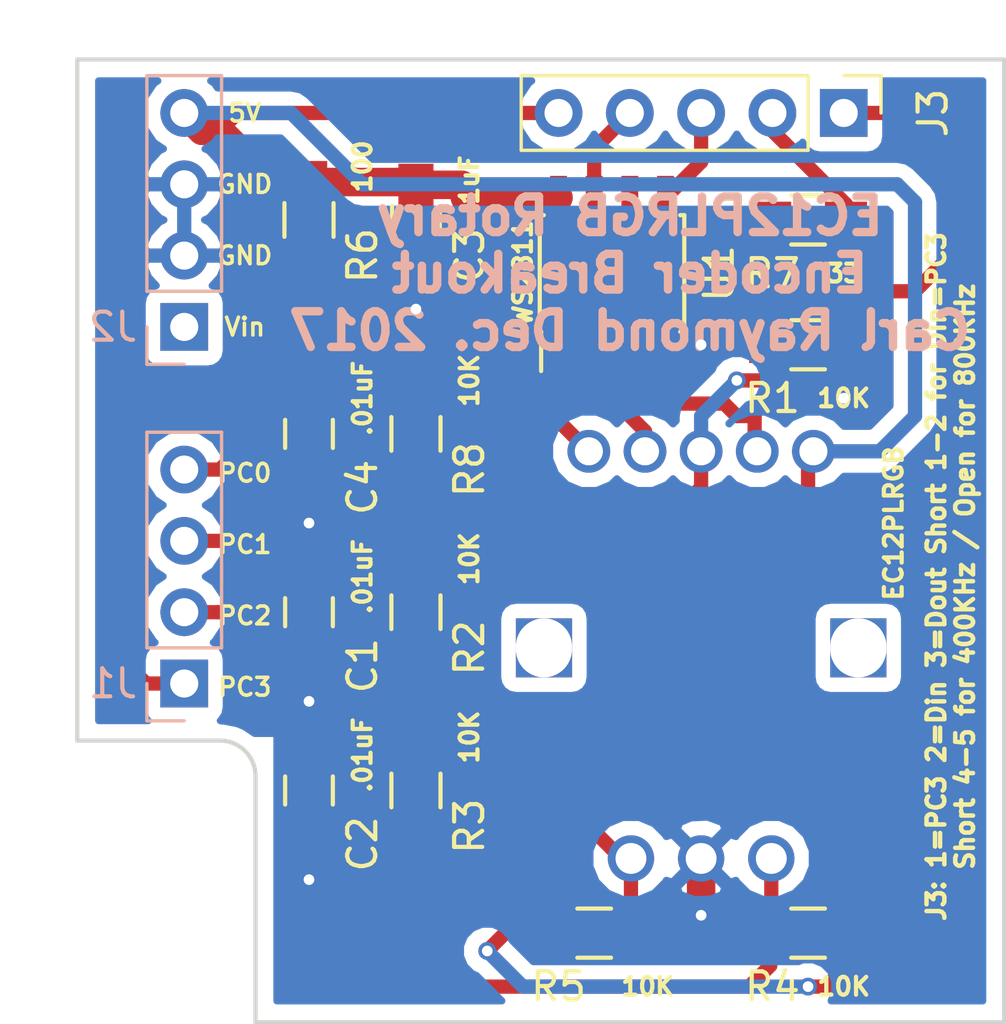
<source format=kicad_pcb>
(kicad_pcb (version 4) (host pcbnew 4.0.7)

  (general
    (links 0)
    (no_connects 0)
    (area 109.779999 53.264999 142.950001 87.705001)
    (thickness 1.6)
    (drawings 17)
    (tracks 134)
    (zones 0)
    (modules 17)
    (nets 19)
  )

  (page A4)
  (layers
    (0 F.Cu signal)
    (31 B.Cu signal)
    (32 B.Adhes user)
    (33 F.Adhes user)
    (34 B.Paste user)
    (35 F.Paste user)
    (36 B.SilkS user)
    (37 F.SilkS user)
    (38 B.Mask user)
    (39 F.Mask user)
    (40 Dwgs.User user)
    (41 Cmts.User user)
    (42 Eco1.User user)
    (43 Eco2.User user)
    (44 Edge.Cuts user)
    (45 Margin user)
    (46 B.CrtYd user)
    (47 F.CrtYd user)
    (48 B.Fab user)
    (49 F.Fab user)
  )

  (setup
    (last_trace_width 0.508)
    (user_trace_width 0.508)
    (user_trace_width 1.016)
    (trace_clearance 0.254)
    (zone_clearance 0.508)
    (zone_45_only yes)
    (trace_min 0.2)
    (segment_width 0.2)
    (edge_width 0.15)
    (via_size 0.635)
    (via_drill 0.381)
    (via_min_size 0.4)
    (via_min_drill 0.3)
    (uvia_size 0.3)
    (uvia_drill 0.1)
    (uvias_allowed no)
    (uvia_min_size 0.2)
    (uvia_min_drill 0.1)
    (pcb_text_width 0.3)
    (pcb_text_size 1.5 1.5)
    (mod_edge_width 0.15)
    (mod_text_size 1 1)
    (mod_text_width 0.15)
    (pad_size 1.7 1.7)
    (pad_drill 1)
    (pad_to_mask_clearance 0.2)
    (aux_axis_origin 103.505 79.375)
    (visible_elements FFFFEF7F)
    (pcbplotparams
      (layerselection 0x010f0_80000001)
      (usegerberextensions false)
      (excludeedgelayer true)
      (linewidth 0.100000)
      (plotframeref false)
      (viasonmask false)
      (mode 1)
      (useauxorigin false)
      (hpglpennumber 1)
      (hpglpenspeed 20)
      (hpglpendiameter 15)
      (hpglpenoverlay 2)
      (psnegative false)
      (psa4output false)
      (plotreference true)
      (plotvalue true)
      (plotinvisibletext false)
      (padsonsilk false)
      (subtractmaskfromsilk false)
      (outputformat 1)
      (mirror false)
      (drillshape 0)
      (scaleselection 1)
      (outputdirectory gerber/))
  )

  (net 0 "")
  (net 1 "Net-(C1-Pad1)")
  (net 2 GND)
  (net 3 "Net-(C2-Pad1)")
  (net 4 +5V)
  (net 5 "Net-(R2-Pad1)")
  (net 6 "Net-(R3-Pad1)")
  (net 7 "Net-(SW1-Pad2)")
  (net 8 "Net-(SW1-Pad1)")
  (net 9 "Net-(SW1-Pad4)")
  (net 10 "Net-(C3-Pad2)")
  (net 11 "Net-(C4-Pad1)")
  (net 12 "Net-(R1-Pad1)")
  (net 13 "Net-(R7-Pad1)")
  (net 14 "Net-(J3-Pad2)")
  (net 15 "Net-(J1-Pad1)")
  (net 16 "Net-(J2-Pad1)")
  (net 17 "Net-(J3-Pad4)")
  (net 18 "Net-(J3-Pad3)")

  (net_class Default "This is the default net class."
    (clearance 0.254)
    (trace_width 0.508)
    (via_dia 0.635)
    (via_drill 0.381)
    (uvia_dia 0.3)
    (uvia_drill 0.1)
    (add_net +5V)
    (add_net GND)
    (add_net "Net-(C1-Pad1)")
    (add_net "Net-(C2-Pad1)")
    (add_net "Net-(C3-Pad2)")
    (add_net "Net-(C4-Pad1)")
    (add_net "Net-(J1-Pad1)")
    (add_net "Net-(J2-Pad1)")
    (add_net "Net-(J3-Pad2)")
    (add_net "Net-(J3-Pad3)")
    (add_net "Net-(J3-Pad4)")
    (add_net "Net-(R1-Pad1)")
    (add_net "Net-(R2-Pad1)")
    (add_net "Net-(R3-Pad1)")
    (add_net "Net-(R7-Pad1)")
    (add_net "Net-(SW1-Pad1)")
    (add_net "Net-(SW1-Pad2)")
    (add_net "Net-(SW1-Pad4)")
  )

  (net_class Power ""
    (clearance 0.254)
    (trace_width 1.016)
    (via_dia 1.27)
    (via_drill 0.381)
    (uvia_dia 0.3)
    (uvia_drill 0.1)
  )

  (module lib_fp:EC12PLRGB_Rotary_Encoder (layer F.Cu) (tedit 5A349F56) (tstamp 5A221B47)
    (at 132.08 74.295)
    (path /5A2214F0)
    (fp_text reference SW1 (at 8.495 0 90) (layer F.SilkS) hide
      (effects (font (size 1 1) (thickness 0.15)))
    )
    (fp_text value EC12PLRGB (at 6.858 -4.445 90) (layer F.SilkS)
      (effects (font (size 0.635 0.635) (thickness 0.15)))
    )
    (fp_line (start -6.223 6.604) (end 6.223 6.604) (layer F.CrtYd) (width 0.15))
    (fp_line (start -6.223 -6.604) (end -6.223 6.604) (layer F.CrtYd) (width 0.15))
    (fp_line (start 6.223 -6.604) (end -6.223 -6.604) (layer F.CrtYd) (width 0.15))
    (fp_line (start 6.223 -6.604) (end 6.223 6.604) (layer F.CrtYd) (width 0.15))
    (fp_line (start 6.223 6.604) (end 6.223 -6.604) (layer F.CrtYd) (width 0.15))
    (pad 3 thru_hole circle (at 0 -7) (size 1.524 1.524) (drill 1) (layers *.Cu *.Mask)
      (net 12 "Net-(R1-Pad1)"))
    (pad 2 thru_hole circle (at -2 -7) (size 1.524 1.524) (drill 1) (layers *.Cu *.Mask)
      (net 7 "Net-(SW1-Pad2)"))
    (pad 1 thru_hole circle (at -4 -7) (size 1.524 1.524) (drill 1) (layers *.Cu *.Mask)
      (net 8 "Net-(SW1-Pad1)"))
    (pad 4 thru_hole circle (at 2 -7) (size 1.524 1.524) (drill 1) (layers *.Cu *.Mask)
      (net 9 "Net-(SW1-Pad4)"))
    (pad 5 thru_hole circle (at 4 -7) (size 1.524 1.524) (drill 1) (layers *.Cu *.Mask)
      (net 4 +5V))
    (pad C thru_hole circle (at 0 7.5) (size 1.65 1.65) (drill 1.1) (layers *.Cu *.Mask)
      (net 2 GND))
    (pad A thru_hole circle (at -2.5 7.5) (size 1.65 1.65) (drill 1.1) (layers *.Cu *.Mask)
      (net 5 "Net-(R2-Pad1)"))
    (pad B thru_hole circle (at 2.5 7.5) (size 1.65 1.65) (drill 1.1) (layers *.Cu *.Mask)
      (net 6 "Net-(R3-Pad1)"))
    (pad "" np_thru_hole rect (at -5.6 0) (size 2 2.1) (drill oval 2 2.1) (layers *.Cu *.Mask))
    (pad "" np_thru_hole rect (at 5.6 0) (size 2 2.1) (drill oval 2 2.1) (layers *.Cu *.Mask))
  )

  (module lib_fp:C_0805_HandSoldering (layer F.Cu) (tedit 5A28DE31) (tstamp 5A2DF03E)
    (at 118.11 73.025 270)
    (descr "Capacitor SMD 0805, hand soldering")
    (tags "capacitor 0805")
    (path /5A221690)
    (attr smd)
    (fp_text reference C1 (at 1.905 -1.905 270) (layer F.SilkS)
      (effects (font (size 1 1) (thickness 0.15)))
    )
    (fp_text value .01uF (at -1.27 -1.905 270) (layer F.SilkS)
      (effects (font (size 0.635 0.635) (thickness 0.15)))
    )
    (fp_line (start -1 0.625) (end -1 -0.625) (layer F.Fab) (width 0.15))
    (fp_line (start 1 0.625) (end -1 0.625) (layer F.Fab) (width 0.15))
    (fp_line (start 1 -0.625) (end 1 0.625) (layer F.Fab) (width 0.15))
    (fp_line (start -1 -0.625) (end 1 -0.625) (layer F.Fab) (width 0.15))
    (fp_line (start -2.3 -1) (end 2.3 -1) (layer F.CrtYd) (width 0.05))
    (fp_line (start -2.3 1) (end 2.3 1) (layer F.CrtYd) (width 0.05))
    (fp_line (start -2.3 -1) (end -2.3 1) (layer F.CrtYd) (width 0.05))
    (fp_line (start 2.3 -1) (end 2.3 1) (layer F.CrtYd) (width 0.05))
    (fp_line (start 0.5 -0.85) (end -0.5 -0.85) (layer F.SilkS) (width 0.15))
    (fp_line (start -0.5 0.85) (end 0.5 0.85) (layer F.SilkS) (width 0.15))
    (pad 1 smd rect (at -1.25 0 270) (size 1.5 1.25) (layers F.Cu F.Paste F.Mask)
      (net 1 "Net-(C1-Pad1)"))
    (pad 2 smd rect (at 1.25 0 270) (size 1.5 1.25) (layers F.Cu F.Paste F.Mask)
      (net 2 GND))
    (model Capacitors_SMD.3dshapes/C_0805.wrl
      (at (xyz 0 0 0))
      (scale (xyz 1 1 1))
      (rotate (xyz 0 0 0))
    )
  )

  (module lib_fp:C_0805_HandSoldering (layer F.Cu) (tedit 5A28DE31) (tstamp 5A2DF04D)
    (at 118.11 79.375 270)
    (descr "Capacitor SMD 0805, hand soldering")
    (tags "capacitor 0805")
    (path /5A2216CB)
    (attr smd)
    (fp_text reference C2 (at 1.905 -1.905 270) (layer F.SilkS)
      (effects (font (size 1 1) (thickness 0.15)))
    )
    (fp_text value .01uF (at -1.27 -1.905 270) (layer F.SilkS)
      (effects (font (size 0.635 0.635) (thickness 0.15)))
    )
    (fp_line (start -1 0.625) (end -1 -0.625) (layer F.Fab) (width 0.15))
    (fp_line (start 1 0.625) (end -1 0.625) (layer F.Fab) (width 0.15))
    (fp_line (start 1 -0.625) (end 1 0.625) (layer F.Fab) (width 0.15))
    (fp_line (start -1 -0.625) (end 1 -0.625) (layer F.Fab) (width 0.15))
    (fp_line (start -2.3 -1) (end 2.3 -1) (layer F.CrtYd) (width 0.05))
    (fp_line (start -2.3 1) (end 2.3 1) (layer F.CrtYd) (width 0.05))
    (fp_line (start -2.3 -1) (end -2.3 1) (layer F.CrtYd) (width 0.05))
    (fp_line (start 2.3 -1) (end 2.3 1) (layer F.CrtYd) (width 0.05))
    (fp_line (start 0.5 -0.85) (end -0.5 -0.85) (layer F.SilkS) (width 0.15))
    (fp_line (start -0.5 0.85) (end 0.5 0.85) (layer F.SilkS) (width 0.15))
    (pad 1 smd rect (at -1.25 0 270) (size 1.5 1.25) (layers F.Cu F.Paste F.Mask)
      (net 3 "Net-(C2-Pad1)"))
    (pad 2 smd rect (at 1.25 0 270) (size 1.5 1.25) (layers F.Cu F.Paste F.Mask)
      (net 2 GND))
    (model Capacitors_SMD.3dshapes/C_0805.wrl
      (at (xyz 0 0 0))
      (scale (xyz 1 1 1))
      (rotate (xyz 0 0 0))
    )
  )

  (module lib_fp:C_0805_HandSoldering (layer F.Cu) (tedit 5A28DE31) (tstamp 5A2DF05C)
    (at 121.92 59.055 90)
    (descr "Capacitor SMD 0805, hand soldering")
    (tags "capacitor 0805")
    (path /5A22280E)
    (attr smd)
    (fp_text reference C3 (at -1.27 1.905 90) (layer F.SilkS)
      (effects (font (size 1 1) (thickness 0.15)))
    )
    (fp_text value .1uF (at 1.27 1.905 90) (layer F.SilkS)
      (effects (font (size 0.635 0.635) (thickness 0.15)))
    )
    (fp_line (start -1 0.625) (end -1 -0.625) (layer F.Fab) (width 0.15))
    (fp_line (start 1 0.625) (end -1 0.625) (layer F.Fab) (width 0.15))
    (fp_line (start 1 -0.625) (end 1 0.625) (layer F.Fab) (width 0.15))
    (fp_line (start -1 -0.625) (end 1 -0.625) (layer F.Fab) (width 0.15))
    (fp_line (start -2.3 -1) (end 2.3 -1) (layer F.CrtYd) (width 0.05))
    (fp_line (start -2.3 1) (end 2.3 1) (layer F.CrtYd) (width 0.05))
    (fp_line (start -2.3 -1) (end -2.3 1) (layer F.CrtYd) (width 0.05))
    (fp_line (start 2.3 -1) (end 2.3 1) (layer F.CrtYd) (width 0.05))
    (fp_line (start 0.5 -0.85) (end -0.5 -0.85) (layer F.SilkS) (width 0.15))
    (fp_line (start -0.5 0.85) (end 0.5 0.85) (layer F.SilkS) (width 0.15))
    (pad 1 smd rect (at -1.25 0 90) (size 1.5 1.25) (layers F.Cu F.Paste F.Mask)
      (net 2 GND))
    (pad 2 smd rect (at 1.25 0 90) (size 1.5 1.25) (layers F.Cu F.Paste F.Mask)
      (net 10 "Net-(C3-Pad2)"))
    (model Capacitors_SMD.3dshapes/C_0805.wrl
      (at (xyz 0 0 0))
      (scale (xyz 1 1 1))
      (rotate (xyz 0 0 0))
    )
  )

  (module lib_fp:C_0805_HandSoldering (layer F.Cu) (tedit 5A28DE31) (tstamp 5A2DF06B)
    (at 118.11 66.675 270)
    (descr "Capacitor SMD 0805, hand soldering")
    (tags "capacitor 0805")
    (path /5A233F5E)
    (attr smd)
    (fp_text reference C4 (at 1.905 -1.905 270) (layer F.SilkS)
      (effects (font (size 1 1) (thickness 0.15)))
    )
    (fp_text value .01uF (at -1.27 -1.905 270) (layer F.SilkS)
      (effects (font (size 0.635 0.635) (thickness 0.15)))
    )
    (fp_line (start -1 0.625) (end -1 -0.625) (layer F.Fab) (width 0.15))
    (fp_line (start 1 0.625) (end -1 0.625) (layer F.Fab) (width 0.15))
    (fp_line (start 1 -0.625) (end 1 0.625) (layer F.Fab) (width 0.15))
    (fp_line (start -1 -0.625) (end 1 -0.625) (layer F.Fab) (width 0.15))
    (fp_line (start -2.3 -1) (end 2.3 -1) (layer F.CrtYd) (width 0.05))
    (fp_line (start -2.3 1) (end 2.3 1) (layer F.CrtYd) (width 0.05))
    (fp_line (start -2.3 -1) (end -2.3 1) (layer F.CrtYd) (width 0.05))
    (fp_line (start 2.3 -1) (end 2.3 1) (layer F.CrtYd) (width 0.05))
    (fp_line (start 0.5 -0.85) (end -0.5 -0.85) (layer F.SilkS) (width 0.15))
    (fp_line (start -0.5 0.85) (end 0.5 0.85) (layer F.SilkS) (width 0.15))
    (pad 1 smd rect (at -1.25 0 270) (size 1.5 1.25) (layers F.Cu F.Paste F.Mask)
      (net 11 "Net-(C4-Pad1)"))
    (pad 2 smd rect (at 1.25 0 270) (size 1.5 1.25) (layers F.Cu F.Paste F.Mask)
      (net 2 GND))
    (model Capacitors_SMD.3dshapes/C_0805.wrl
      (at (xyz 0 0 0))
      (scale (xyz 1 1 1))
      (rotate (xyz 0 0 0))
    )
  )

  (module lib_fp:Pin_Header_Straight_1x04_Pitch2.54mm (layer B.Cu) (tedit 59650532) (tstamp 5A2DF07A)
    (at 113.665 75.565)
    (descr "Through hole straight pin header, 1x04, 2.54mm pitch, single row")
    (tags "Through hole pin header THT 1x04 2.54mm single row")
    (path /5A222349)
    (fp_text reference J1 (at -2.54 0) (layer B.SilkS)
      (effects (font (size 1 1) (thickness 0.15)) (justify mirror))
    )
    (fp_text value Conn_01x04_Male (at -5.715 -2.54 270) (layer B.Fab)
      (effects (font (size 1 1) (thickness 0.15)) (justify mirror))
    )
    (fp_line (start -0.635 1.27) (end 1.27 1.27) (layer B.Fab) (width 0.1))
    (fp_line (start 1.27 1.27) (end 1.27 -8.89) (layer B.Fab) (width 0.1))
    (fp_line (start 1.27 -8.89) (end -1.27 -8.89) (layer B.Fab) (width 0.1))
    (fp_line (start -1.27 -8.89) (end -1.27 0.635) (layer B.Fab) (width 0.1))
    (fp_line (start -1.27 0.635) (end -0.635 1.27) (layer B.Fab) (width 0.1))
    (fp_line (start -1.33 -8.95) (end 1.33 -8.95) (layer B.SilkS) (width 0.12))
    (fp_line (start -1.33 -1.27) (end -1.33 -8.95) (layer B.SilkS) (width 0.12))
    (fp_line (start 1.33 -1.27) (end 1.33 -8.95) (layer B.SilkS) (width 0.12))
    (fp_line (start -1.33 -1.27) (end 1.33 -1.27) (layer B.SilkS) (width 0.12))
    (fp_line (start -1.33 0) (end -1.33 1.33) (layer B.SilkS) (width 0.12))
    (fp_line (start -1.33 1.33) (end 0 1.33) (layer B.SilkS) (width 0.12))
    (fp_line (start -1.8 1.8) (end -1.8 -9.4) (layer B.CrtYd) (width 0.05))
    (fp_line (start -1.8 -9.4) (end 1.8 -9.4) (layer B.CrtYd) (width 0.05))
    (fp_line (start 1.8 -9.4) (end 1.8 1.8) (layer B.CrtYd) (width 0.05))
    (fp_line (start 1.8 1.8) (end -1.8 1.8) (layer B.CrtYd) (width 0.05))
    (fp_text user %R (at -1.905 1.27 90) (layer F.Fab)
      (effects (font (size 1 1) (thickness 0.15)))
    )
    (pad 1 thru_hole rect (at 0 0) (size 1.7 1.7) (drill 1) (layers *.Cu *.Mask)
      (net 15 "Net-(J1-Pad1)"))
    (pad 2 thru_hole oval (at 0 -2.54) (size 1.7 1.7) (drill 1) (layers *.Cu *.Mask)
      (net 3 "Net-(C2-Pad1)"))
    (pad 3 thru_hole oval (at 0 -5.08) (size 1.7 1.7) (drill 1) (layers *.Cu *.Mask)
      (net 1 "Net-(C1-Pad1)"))
    (pad 4 thru_hole oval (at 0 -7.62) (size 1.7 1.7) (drill 1) (layers *.Cu *.Mask)
      (net 11 "Net-(C4-Pad1)"))
    (model ${KISYS3DMOD}/Pin_Headers.3dshapes/Pin_Header_Straight_1x04_Pitch2.54mm.wrl
      (at (xyz 0 0 0))
      (scale (xyz 1 1 1))
      (rotate (xyz 0 0 0))
    )
  )

  (module lib_fp:Pin_Header_Straight_1x04_Pitch2.54mm (layer B.Cu) (tedit 59650532) (tstamp 5A2DF091)
    (at 113.665 62.865)
    (descr "Through hole straight pin header, 1x04, 2.54mm pitch, single row")
    (tags "Through hole pin header THT 1x04 2.54mm single row")
    (path /5A22155E)
    (fp_text reference J2 (at -2.54 0) (layer B.SilkS)
      (effects (font (size 1 1) (thickness 0.15)) (justify mirror))
    )
    (fp_text value Conn_01x04_Male (at -5.715 -2.54 270) (layer B.Fab)
      (effects (font (size 1 1) (thickness 0.15)) (justify mirror))
    )
    (fp_line (start -0.635 1.27) (end 1.27 1.27) (layer B.Fab) (width 0.1))
    (fp_line (start 1.27 1.27) (end 1.27 -8.89) (layer B.Fab) (width 0.1))
    (fp_line (start 1.27 -8.89) (end -1.27 -8.89) (layer B.Fab) (width 0.1))
    (fp_line (start -1.27 -8.89) (end -1.27 0.635) (layer B.Fab) (width 0.1))
    (fp_line (start -1.27 0.635) (end -0.635 1.27) (layer B.Fab) (width 0.1))
    (fp_line (start -1.33 -8.95) (end 1.33 -8.95) (layer B.SilkS) (width 0.12))
    (fp_line (start -1.33 -1.27) (end -1.33 -8.95) (layer B.SilkS) (width 0.12))
    (fp_line (start 1.33 -1.27) (end 1.33 -8.95) (layer B.SilkS) (width 0.12))
    (fp_line (start -1.33 -1.27) (end 1.33 -1.27) (layer B.SilkS) (width 0.12))
    (fp_line (start -1.33 0) (end -1.33 1.33) (layer B.SilkS) (width 0.12))
    (fp_line (start -1.33 1.33) (end 0 1.33) (layer B.SilkS) (width 0.12))
    (fp_line (start -1.8 1.8) (end -1.8 -9.4) (layer B.CrtYd) (width 0.05))
    (fp_line (start -1.8 -9.4) (end 1.8 -9.4) (layer B.CrtYd) (width 0.05))
    (fp_line (start 1.8 -9.4) (end 1.8 1.8) (layer B.CrtYd) (width 0.05))
    (fp_line (start 1.8 1.8) (end -1.8 1.8) (layer B.CrtYd) (width 0.05))
    (fp_text user %R (at -1.905 1.27 90) (layer F.Fab)
      (effects (font (size 1 1) (thickness 0.15)))
    )
    (pad 1 thru_hole rect (at 0 0) (size 1.7 1.7) (drill 1) (layers *.Cu *.Mask)
      (net 16 "Net-(J2-Pad1)"))
    (pad 2 thru_hole oval (at 0 -2.54) (size 1.7 1.7) (drill 1) (layers *.Cu *.Mask)
      (net 2 GND))
    (pad 3 thru_hole oval (at 0 -5.08) (size 1.7 1.7) (drill 1) (layers *.Cu *.Mask)
      (net 2 GND))
    (pad 4 thru_hole oval (at 0 -7.62) (size 1.7 1.7) (drill 1) (layers *.Cu *.Mask)
      (net 4 +5V))
    (model ${KISYS3DMOD}/Pin_Headers.3dshapes/Pin_Header_Straight_1x04_Pitch2.54mm.wrl
      (at (xyz 0 0 0))
      (scale (xyz 1 1 1))
      (rotate (xyz 0 0 0))
    )
  )

  (module lib_fp:Pin_Header_Straight_1x05_Pitch2.54mm (layer F.Cu) (tedit 59650532) (tstamp 5A2DF0A8)
    (at 137.16 55.245 270)
    (descr "Through hole straight pin header, 1x05, 2.54mm pitch, single row")
    (tags "Through hole pin header THT 1x05 2.54mm single row")
    (path /5A28BDF7)
    (fp_text reference J3 (at 0 -3.175 450) (layer F.SilkS)
      (effects (font (size 1 1) (thickness 0.15)))
    )
    (fp_text value Conn_01x05_Male (at -3.175 4.445 360) (layer F.Fab)
      (effects (font (size 1 1) (thickness 0.15)))
    )
    (fp_line (start -0.635 -1.27) (end 1.27 -1.27) (layer F.Fab) (width 0.1))
    (fp_line (start 1.27 -1.27) (end 1.27 11.43) (layer F.Fab) (width 0.1))
    (fp_line (start 1.27 11.43) (end -1.27 11.43) (layer F.Fab) (width 0.1))
    (fp_line (start -1.27 11.43) (end -1.27 -0.635) (layer F.Fab) (width 0.1))
    (fp_line (start -1.27 -0.635) (end -0.635 -1.27) (layer F.Fab) (width 0.1))
    (fp_line (start -1.33 11.49) (end 1.33 11.49) (layer F.SilkS) (width 0.12))
    (fp_line (start -1.33 1.27) (end -1.33 11.49) (layer F.SilkS) (width 0.12))
    (fp_line (start 1.33 1.27) (end 1.33 11.49) (layer F.SilkS) (width 0.12))
    (fp_line (start -1.33 1.27) (end 1.33 1.27) (layer F.SilkS) (width 0.12))
    (fp_line (start -1.33 0) (end -1.33 -1.33) (layer F.SilkS) (width 0.12))
    (fp_line (start -1.33 -1.33) (end 0 -1.33) (layer F.SilkS) (width 0.12))
    (fp_line (start -1.8 -1.8) (end -1.8 11.95) (layer F.CrtYd) (width 0.05))
    (fp_line (start -1.8 11.95) (end 1.8 11.95) (layer F.CrtYd) (width 0.05))
    (fp_line (start 1.8 11.95) (end 1.8 -1.8) (layer F.CrtYd) (width 0.05))
    (fp_line (start 1.8 -1.8) (end -1.8 -1.8) (layer F.CrtYd) (width 0.05))
    (fp_text user %R (at 0 5.08 360) (layer F.Fab)
      (effects (font (size 1 1) (thickness 0.15)))
    )
    (pad 1 thru_hole rect (at 0 0 270) (size 1.7 1.7) (drill 1) (layers *.Cu *.Mask)
      (net 15 "Net-(J1-Pad1)"))
    (pad 2 thru_hole oval (at 0 2.54 270) (size 1.7 1.7) (drill 1) (layers *.Cu *.Mask)
      (net 14 "Net-(J3-Pad2)"))
    (pad 3 thru_hole oval (at 0 5.08 270) (size 1.7 1.7) (drill 1) (layers *.Cu *.Mask)
      (net 18 "Net-(J3-Pad3)"))
    (pad 4 thru_hole oval (at 0 7.62 270) (size 1.7 1.7) (drill 1) (layers *.Cu *.Mask)
      (net 17 "Net-(J3-Pad4)"))
    (pad 5 thru_hole oval (at 0 10.16 270) (size 1.7 1.7) (drill 1) (layers *.Cu *.Mask)
      (net 4 +5V))
    (model ${KISYS3DMOD}/Pin_Headers.3dshapes/Pin_Header_Straight_1x05_Pitch2.54mm.wrl
      (at (xyz 0 0 0))
      (scale (xyz 1 1 1))
      (rotate (xyz 0 0 0))
    )
  )

  (module lib_fp:R_0805_HandSoldering (layer F.Cu) (tedit 5A28DF52) (tstamp 5A2DF0C0)
    (at 135.89 63.5)
    (descr "Resistor SMD 0805, hand soldering")
    (tags "resistor 0805")
    (path /5A22251D)
    (attr smd)
    (fp_text reference R1 (at -1.27 1.905 180) (layer F.SilkS)
      (effects (font (size 1 1) (thickness 0.15)))
    )
    (fp_text value 10K (at 1.27 1.905) (layer F.SilkS)
      (effects (font (size 0.635 0.635) (thickness 0.15)))
    )
    (fp_line (start -1 0.625) (end -1 -0.625) (layer F.Fab) (width 0.1))
    (fp_line (start 1 0.625) (end -1 0.625) (layer F.Fab) (width 0.1))
    (fp_line (start 1 -0.625) (end 1 0.625) (layer F.Fab) (width 0.1))
    (fp_line (start -1 -0.625) (end 1 -0.625) (layer F.Fab) (width 0.1))
    (fp_line (start -2.4 -1) (end 2.4 -1) (layer F.CrtYd) (width 0.05))
    (fp_line (start -2.4 1) (end 2.4 1) (layer F.CrtYd) (width 0.05))
    (fp_line (start -2.4 -1) (end -2.4 1) (layer F.CrtYd) (width 0.05))
    (fp_line (start 2.4 -1) (end 2.4 1) (layer F.CrtYd) (width 0.05))
    (fp_line (start 0.6 0.875) (end -0.6 0.875) (layer F.SilkS) (width 0.15))
    (fp_line (start -0.6 -0.875) (end 0.6 -0.875) (layer F.SilkS) (width 0.15))
    (pad 1 smd rect (at -1.35 0) (size 1.5 1.3) (layers F.Cu F.Paste F.Mask)
      (net 12 "Net-(R1-Pad1)"))
    (pad 2 smd rect (at 1.35 0) (size 1.5 1.3) (layers F.Cu F.Paste F.Mask)
      (net 2 GND))
    (model Resistors_SMD.3dshapes/R_0805.wrl
      (at (xyz 0 0 0))
      (scale (xyz 1 1 1))
      (rotate (xyz 0 0 0))
    )
  )

  (module lib_fp:R_0805_HandSoldering (layer F.Cu) (tedit 5A28DF52) (tstamp 5A2DF0CF)
    (at 121.92 73.025 90)
    (descr "Resistor SMD 0805, hand soldering")
    (tags "resistor 0805")
    (path /5A221649)
    (attr smd)
    (fp_text reference R2 (at -1.27 1.905 270) (layer F.SilkS)
      (effects (font (size 1 1) (thickness 0.15)))
    )
    (fp_text value 10K (at 1.905 1.905 90) (layer F.SilkS)
      (effects (font (size 0.635 0.635) (thickness 0.15)))
    )
    (fp_line (start -1 0.625) (end -1 -0.625) (layer F.Fab) (width 0.1))
    (fp_line (start 1 0.625) (end -1 0.625) (layer F.Fab) (width 0.1))
    (fp_line (start 1 -0.625) (end 1 0.625) (layer F.Fab) (width 0.1))
    (fp_line (start -1 -0.625) (end 1 -0.625) (layer F.Fab) (width 0.1))
    (fp_line (start -2.4 -1) (end 2.4 -1) (layer F.CrtYd) (width 0.05))
    (fp_line (start -2.4 1) (end 2.4 1) (layer F.CrtYd) (width 0.05))
    (fp_line (start -2.4 -1) (end -2.4 1) (layer F.CrtYd) (width 0.05))
    (fp_line (start 2.4 -1) (end 2.4 1) (layer F.CrtYd) (width 0.05))
    (fp_line (start 0.6 0.875) (end -0.6 0.875) (layer F.SilkS) (width 0.15))
    (fp_line (start -0.6 -0.875) (end 0.6 -0.875) (layer F.SilkS) (width 0.15))
    (pad 1 smd rect (at -1.35 0 90) (size 1.5 1.3) (layers F.Cu F.Paste F.Mask)
      (net 5 "Net-(R2-Pad1)"))
    (pad 2 smd rect (at 1.35 0 90) (size 1.5 1.3) (layers F.Cu F.Paste F.Mask)
      (net 1 "Net-(C1-Pad1)"))
    (model Resistors_SMD.3dshapes/R_0805.wrl
      (at (xyz 0 0 0))
      (scale (xyz 1 1 1))
      (rotate (xyz 0 0 0))
    )
  )

  (module lib_fp:R_0805_HandSoldering (layer F.Cu) (tedit 5A28DF52) (tstamp 5A2DF0DE)
    (at 121.92 79.375 90)
    (descr "Resistor SMD 0805, hand soldering")
    (tags "resistor 0805")
    (path /5A22170A)
    (attr smd)
    (fp_text reference R3 (at -1.27 1.905 270) (layer F.SilkS)
      (effects (font (size 1 1) (thickness 0.15)))
    )
    (fp_text value 10K (at 1.905 1.905 90) (layer F.SilkS)
      (effects (font (size 0.635 0.635) (thickness 0.15)))
    )
    (fp_line (start -1 0.625) (end -1 -0.625) (layer F.Fab) (width 0.1))
    (fp_line (start 1 0.625) (end -1 0.625) (layer F.Fab) (width 0.1))
    (fp_line (start 1 -0.625) (end 1 0.625) (layer F.Fab) (width 0.1))
    (fp_line (start -1 -0.625) (end 1 -0.625) (layer F.Fab) (width 0.1))
    (fp_line (start -2.4 -1) (end 2.4 -1) (layer F.CrtYd) (width 0.05))
    (fp_line (start -2.4 1) (end 2.4 1) (layer F.CrtYd) (width 0.05))
    (fp_line (start -2.4 -1) (end -2.4 1) (layer F.CrtYd) (width 0.05))
    (fp_line (start 2.4 -1) (end 2.4 1) (layer F.CrtYd) (width 0.05))
    (fp_line (start 0.6 0.875) (end -0.6 0.875) (layer F.SilkS) (width 0.15))
    (fp_line (start -0.6 -0.875) (end 0.6 -0.875) (layer F.SilkS) (width 0.15))
    (pad 1 smd rect (at -1.35 0 90) (size 1.5 1.3) (layers F.Cu F.Paste F.Mask)
      (net 6 "Net-(R3-Pad1)"))
    (pad 2 smd rect (at 1.35 0 90) (size 1.5 1.3) (layers F.Cu F.Paste F.Mask)
      (net 3 "Net-(C2-Pad1)"))
    (model Resistors_SMD.3dshapes/R_0805.wrl
      (at (xyz 0 0 0))
      (scale (xyz 1 1 1))
      (rotate (xyz 0 0 0))
    )
  )

  (module lib_fp:R_0805_HandSoldering (layer F.Cu) (tedit 5A28DF52) (tstamp 5A2DF0ED)
    (at 135.89 84.455 180)
    (descr "Resistor SMD 0805, hand soldering")
    (tags "resistor 0805")
    (path /5A221747)
    (attr smd)
    (fp_text reference R4 (at 1.27 -1.905 360) (layer F.SilkS)
      (effects (font (size 1 1) (thickness 0.15)))
    )
    (fp_text value 10K (at -1.27 -1.905 180) (layer F.SilkS)
      (effects (font (size 0.635 0.635) (thickness 0.15)))
    )
    (fp_line (start -1 0.625) (end -1 -0.625) (layer F.Fab) (width 0.1))
    (fp_line (start 1 0.625) (end -1 0.625) (layer F.Fab) (width 0.1))
    (fp_line (start 1 -0.625) (end 1 0.625) (layer F.Fab) (width 0.1))
    (fp_line (start -1 -0.625) (end 1 -0.625) (layer F.Fab) (width 0.1))
    (fp_line (start -2.4 -1) (end 2.4 -1) (layer F.CrtYd) (width 0.05))
    (fp_line (start -2.4 1) (end 2.4 1) (layer F.CrtYd) (width 0.05))
    (fp_line (start -2.4 -1) (end -2.4 1) (layer F.CrtYd) (width 0.05))
    (fp_line (start 2.4 -1) (end 2.4 1) (layer F.CrtYd) (width 0.05))
    (fp_line (start 0.6 0.875) (end -0.6 0.875) (layer F.SilkS) (width 0.15))
    (fp_line (start -0.6 -0.875) (end 0.6 -0.875) (layer F.SilkS) (width 0.15))
    (pad 1 smd rect (at -1.35 0 180) (size 1.5 1.3) (layers F.Cu F.Paste F.Mask)
      (net 4 +5V))
    (pad 2 smd rect (at 1.35 0 180) (size 1.5 1.3) (layers F.Cu F.Paste F.Mask)
      (net 6 "Net-(R3-Pad1)"))
    (model Resistors_SMD.3dshapes/R_0805.wrl
      (at (xyz 0 0 0))
      (scale (xyz 1 1 1))
      (rotate (xyz 0 0 0))
    )
  )

  (module lib_fp:R_0805_HandSoldering (layer F.Cu) (tedit 5A28DF52) (tstamp 5A2DF0FC)
    (at 128.27 84.455)
    (descr "Resistor SMD 0805, hand soldering")
    (tags "resistor 0805")
    (path /5A22160F)
    (attr smd)
    (fp_text reference R5 (at -1.27 1.905 180) (layer F.SilkS)
      (effects (font (size 1 1) (thickness 0.15)))
    )
    (fp_text value 10K (at 1.905 1.905) (layer F.SilkS)
      (effects (font (size 0.635 0.635) (thickness 0.15)))
    )
    (fp_line (start -1 0.625) (end -1 -0.625) (layer F.Fab) (width 0.1))
    (fp_line (start 1 0.625) (end -1 0.625) (layer F.Fab) (width 0.1))
    (fp_line (start 1 -0.625) (end 1 0.625) (layer F.Fab) (width 0.1))
    (fp_line (start -1 -0.625) (end 1 -0.625) (layer F.Fab) (width 0.1))
    (fp_line (start -2.4 -1) (end 2.4 -1) (layer F.CrtYd) (width 0.05))
    (fp_line (start -2.4 1) (end 2.4 1) (layer F.CrtYd) (width 0.05))
    (fp_line (start -2.4 -1) (end -2.4 1) (layer F.CrtYd) (width 0.05))
    (fp_line (start 2.4 -1) (end 2.4 1) (layer F.CrtYd) (width 0.05))
    (fp_line (start 0.6 0.875) (end -0.6 0.875) (layer F.SilkS) (width 0.15))
    (fp_line (start -0.6 -0.875) (end 0.6 -0.875) (layer F.SilkS) (width 0.15))
    (pad 1 smd rect (at -1.35 0) (size 1.5 1.3) (layers F.Cu F.Paste F.Mask)
      (net 4 +5V))
    (pad 2 smd rect (at 1.35 0) (size 1.5 1.3) (layers F.Cu F.Paste F.Mask)
      (net 5 "Net-(R2-Pad1)"))
    (model Resistors_SMD.3dshapes/R_0805.wrl
      (at (xyz 0 0 0))
      (scale (xyz 1 1 1))
      (rotate (xyz 0 0 0))
    )
  )

  (module lib_fp:R_0805_HandSoldering (layer F.Cu) (tedit 5A28DF52) (tstamp 5A2DF10B)
    (at 118.11 59.055 90)
    (descr "Resistor SMD 0805, hand soldering")
    (tags "resistor 0805")
    (path /5A22270B)
    (attr smd)
    (fp_text reference R6 (at -1.27 1.905 270) (layer F.SilkS)
      (effects (font (size 1 1) (thickness 0.15)))
    )
    (fp_text value 100 (at 1.905 1.905 90) (layer F.SilkS)
      (effects (font (size 0.635 0.635) (thickness 0.15)))
    )
    (fp_line (start -1 0.625) (end -1 -0.625) (layer F.Fab) (width 0.1))
    (fp_line (start 1 0.625) (end -1 0.625) (layer F.Fab) (width 0.1))
    (fp_line (start 1 -0.625) (end 1 0.625) (layer F.Fab) (width 0.1))
    (fp_line (start -1 -0.625) (end 1 -0.625) (layer F.Fab) (width 0.1))
    (fp_line (start -2.4 -1) (end 2.4 -1) (layer F.CrtYd) (width 0.05))
    (fp_line (start -2.4 1) (end 2.4 1) (layer F.CrtYd) (width 0.05))
    (fp_line (start -2.4 -1) (end -2.4 1) (layer F.CrtYd) (width 0.05))
    (fp_line (start 2.4 -1) (end 2.4 1) (layer F.CrtYd) (width 0.05))
    (fp_line (start 0.6 0.875) (end -0.6 0.875) (layer F.SilkS) (width 0.15))
    (fp_line (start -0.6 -0.875) (end 0.6 -0.875) (layer F.SilkS) (width 0.15))
    (pad 1 smd rect (at -1.35 0 90) (size 1.5 1.3) (layers F.Cu F.Paste F.Mask)
      (net 4 +5V))
    (pad 2 smd rect (at 1.35 0 90) (size 1.5 1.3) (layers F.Cu F.Paste F.Mask)
      (net 10 "Net-(C3-Pad2)"))
    (model Resistors_SMD.3dshapes/R_0805.wrl
      (at (xyz 0 0 0))
      (scale (xyz 1 1 1))
      (rotate (xyz 0 0 0))
    )
  )

  (module lib_fp:R_0805_HandSoldering (layer F.Cu) (tedit 5A28DF52) (tstamp 5A2DF11A)
    (at 135.89 59.055)
    (descr "Resistor SMD 0805, hand soldering")
    (tags "resistor 0805")
    (path /5A222BBB)
    (attr smd)
    (fp_text reference R7 (at -1.27 1.905 180) (layer F.SilkS)
      (effects (font (size 1 1) (thickness 0.15)))
    )
    (fp_text value 33 (at 1.27 1.905) (layer F.SilkS)
      (effects (font (size 0.635 0.635) (thickness 0.15)))
    )
    (fp_line (start -1 0.625) (end -1 -0.625) (layer F.Fab) (width 0.1))
    (fp_line (start 1 0.625) (end -1 0.625) (layer F.Fab) (width 0.1))
    (fp_line (start 1 -0.625) (end 1 0.625) (layer F.Fab) (width 0.1))
    (fp_line (start -1 -0.625) (end 1 -0.625) (layer F.Fab) (width 0.1))
    (fp_line (start -2.4 -1) (end 2.4 -1) (layer F.CrtYd) (width 0.05))
    (fp_line (start -2.4 1) (end 2.4 1) (layer F.CrtYd) (width 0.05))
    (fp_line (start -2.4 -1) (end -2.4 1) (layer F.CrtYd) (width 0.05))
    (fp_line (start 2.4 -1) (end 2.4 1) (layer F.CrtYd) (width 0.05))
    (fp_line (start 0.6 0.875) (end -0.6 0.875) (layer F.SilkS) (width 0.15))
    (fp_line (start -0.6 -0.875) (end 0.6 -0.875) (layer F.SilkS) (width 0.15))
    (pad 1 smd rect (at -1.35 0) (size 1.5 1.3) (layers F.Cu F.Paste F.Mask)
      (net 13 "Net-(R7-Pad1)"))
    (pad 2 smd rect (at 1.35 0) (size 1.5 1.3) (layers F.Cu F.Paste F.Mask)
      (net 14 "Net-(J3-Pad2)"))
    (model Resistors_SMD.3dshapes/R_0805.wrl
      (at (xyz 0 0 0))
      (scale (xyz 1 1 1))
      (rotate (xyz 0 0 0))
    )
  )

  (module lib_fp:R_0805_HandSoldering (layer F.Cu) (tedit 5A28DF52) (tstamp 5A2DF129)
    (at 121.92 66.675 90)
    (descr "Resistor SMD 0805, hand soldering")
    (tags "resistor 0805")
    (path /5A233FB6)
    (attr smd)
    (fp_text reference R8 (at -1.27 1.905 270) (layer F.SilkS)
      (effects (font (size 1 1) (thickness 0.15)))
    )
    (fp_text value 10K (at 1.905 1.905 90) (layer F.SilkS)
      (effects (font (size 0.635 0.635) (thickness 0.15)))
    )
    (fp_line (start -1 0.625) (end -1 -0.625) (layer F.Fab) (width 0.1))
    (fp_line (start 1 0.625) (end -1 0.625) (layer F.Fab) (width 0.1))
    (fp_line (start 1 -0.625) (end 1 0.625) (layer F.Fab) (width 0.1))
    (fp_line (start -1 -0.625) (end 1 -0.625) (layer F.Fab) (width 0.1))
    (fp_line (start -2.4 -1) (end 2.4 -1) (layer F.CrtYd) (width 0.05))
    (fp_line (start -2.4 1) (end 2.4 1) (layer F.CrtYd) (width 0.05))
    (fp_line (start -2.4 -1) (end -2.4 1) (layer F.CrtYd) (width 0.05))
    (fp_line (start 2.4 -1) (end 2.4 1) (layer F.CrtYd) (width 0.05))
    (fp_line (start 0.6 0.875) (end -0.6 0.875) (layer F.SilkS) (width 0.15))
    (fp_line (start -0.6 -0.875) (end 0.6 -0.875) (layer F.SilkS) (width 0.15))
    (pad 1 smd rect (at -1.35 0 90) (size 1.5 1.3) (layers F.Cu F.Paste F.Mask)
      (net 12 "Net-(R1-Pad1)"))
    (pad 2 smd rect (at 1.35 0 90) (size 1.5 1.3) (layers F.Cu F.Paste F.Mask)
      (net 11 "Net-(C4-Pad1)"))
    (model Resistors_SMD.3dshapes/R_0805.wrl
      (at (xyz 0 0 0))
      (scale (xyz 1 1 1))
      (rotate (xyz 0 0 0))
    )
  )

  (module lib_fp:SOIC-8_3.9x4.9mm_Pitch1.27mm (layer F.Cu) (tedit 5A349C68) (tstamp 5A2DF138)
    (at 128.905 60.96 90)
    (descr "8-Lead Plastic Small Outline (SN) - Narrow, 3.90 mm Body [SOIC] (see Microchip Packaging Specification 00000049BS.pdf)")
    (tags "SOIC 1.27")
    (path /5A221510)
    (attr smd)
    (fp_text reference U1 (at 0 3.81 90) (layer F.SilkS)
      (effects (font (size 1 1) (thickness 0.15)))
    )
    (fp_text value WS2811 (at 0 -3.175 90) (layer F.SilkS)
      (effects (font (size 0.635 0.635) (thickness 0.15)))
    )
    (fp_line (start -0.95 -2.45) (end 1.95 -2.45) (layer F.Fab) (width 0.15))
    (fp_line (start 1.95 -2.45) (end 1.95 2.45) (layer F.Fab) (width 0.15))
    (fp_line (start 1.95 2.45) (end -1.95 2.45) (layer F.Fab) (width 0.15))
    (fp_line (start -1.95 2.45) (end -1.95 -1.45) (layer F.Fab) (width 0.15))
    (fp_line (start -1.95 -1.45) (end -0.95 -2.45) (layer F.Fab) (width 0.15))
    (fp_line (start -3.75 -2.75) (end -3.75 2.75) (layer F.CrtYd) (width 0.05))
    (fp_line (start 3.75 -2.75) (end 3.75 2.75) (layer F.CrtYd) (width 0.05))
    (fp_line (start -3.75 -2.75) (end 3.75 -2.75) (layer F.CrtYd) (width 0.05))
    (fp_line (start -3.75 2.75) (end 3.75 2.75) (layer F.CrtYd) (width 0.05))
    (fp_line (start -2.075 -2.575) (end -2.075 -2.525) (layer F.SilkS) (width 0.15))
    (fp_line (start 2.075 -2.575) (end 2.075 -2.43) (layer F.SilkS) (width 0.15))
    (fp_line (start 2.075 2.575) (end 2.075 2.43) (layer F.SilkS) (width 0.15))
    (fp_line (start -2.075 2.575) (end -2.075 2.43) (layer F.SilkS) (width 0.15))
    (fp_line (start -2.075 -2.575) (end 2.075 -2.575) (layer F.SilkS) (width 0.15))
    (fp_line (start -2.075 2.575) (end 2.075 2.575) (layer F.SilkS) (width 0.15))
    (fp_line (start -2.075 -2.525) (end -3.475 -2.525) (layer F.SilkS) (width 0.15))
    (pad 1 smd rect (at -2.7 -1.905 90) (size 1.55 0.6) (layers F.Cu F.Paste F.Mask)
      (net 8 "Net-(SW1-Pad1)"))
    (pad 2 smd rect (at -2.7 -0.635 90) (size 1.55 0.6) (layers F.Cu F.Paste F.Mask)
      (net 7 "Net-(SW1-Pad2)"))
    (pad 3 smd rect (at -2.7 0.635 90) (size 1.55 0.6) (layers F.Cu F.Paste F.Mask)
      (net 9 "Net-(SW1-Pad4)"))
    (pad 4 smd rect (at -2.7 1.905 90) (size 1.55 0.6) (layers F.Cu F.Paste F.Mask)
      (net 2 GND))
    (pad 5 smd rect (at 2.7 1.905 90) (size 1.55 0.6) (layers F.Cu F.Paste F.Mask)
      (net 18 "Net-(J3-Pad3)"))
    (pad 6 smd rect (at 2.7 0.635 90) (size 1.55 0.6) (layers F.Cu F.Paste F.Mask)
      (net 13 "Net-(R7-Pad1)"))
    (pad 7 smd rect (at 2.7 -0.635 90) (size 1.55 0.6) (layers F.Cu F.Paste F.Mask)
      (net 17 "Net-(J3-Pad4)"))
    (pad 8 smd rect (at 2.7 -1.905 90) (size 1.55 0.6) (layers F.Cu F.Paste F.Mask)
      (net 10 "Net-(C3-Pad2)"))
    (model Housings_SOIC.3dshapes/SOIC-8_3.9x4.9mm_Pitch1.27mm.wrl
      (at (xyz 0 0 0))
      (scale (xyz 1 1 1))
      (rotate (xyz 0 0 0))
    )
  )

  (gr_text "EC12PLRGB Rotary\nEncoder Breakout\nCarl Raymond Dec. 2017" (at 129.54 60.96) (layer B.SilkS)
    (effects (font (size 1.27 1.27) (thickness 0.3)) (justify mirror))
  )
  (gr_text "J3: 1=PC3 2=Din 3=Dout Short 1-2 for Din=PC3\nShort 4-5 for 400KHz / Open for 800KHz" (at 140.97 71.755 90) (layer F.SilkS)
    (effects (font (size 0.635 0.635) (thickness 0.15875)))
  )
  (gr_arc (start 114.935 78.867) (end 114.935 77.597) (angle 90) (layer Edge.Cuts) (width 0.15))
  (gr_line (start 116.205 78.867) (end 116.205 87.63) (layer Edge.Cuts) (width 0.15))
  (gr_line (start 109.855 77.597) (end 114.935 77.597) (layer Edge.Cuts) (width 0.15))
  (gr_text PC0 (at 115.824 68.072) (layer F.SilkS) (tstamp 5A28C7E0)
    (effects (font (size 0.635 0.635) (thickness 0.127)))
  )
  (gr_text PC1 (at 115.824 70.612) (layer F.SilkS) (tstamp 5A28C7DD)
    (effects (font (size 0.635 0.635) (thickness 0.127)))
  )
  (gr_text PC2 (at 115.824 73.152) (layer F.SilkS) (tstamp 5A28C7DA)
    (effects (font (size 0.635 0.635) (thickness 0.127)))
  )
  (gr_text 5V (at 115.824 55.245) (layer F.SilkS)
    (effects (font (size 0.635 0.635) (thickness 0.127)))
  )
  (gr_text GND (at 115.824 57.785) (layer F.SilkS) (tstamp 5A28C7C5)
    (effects (font (size 0.635 0.635) (thickness 0.127)))
  )
  (gr_text GND (at 115.824 60.325) (layer F.SilkS)
    (effects (font (size 0.635 0.635) (thickness 0.127)))
  )
  (gr_text PC3 (at 115.824 75.692) (layer F.SilkS)
    (effects (font (size 0.635 0.635) (thickness 0.127)))
  )
  (gr_text Vin (at 115.824 62.865) (layer F.SilkS)
    (effects (font (size 0.635 0.635) (thickness 0.127)))
  )
  (gr_line (start 109.855 77.597) (end 109.855 53.34) (layer Edge.Cuts) (width 0.15))
  (gr_line (start 142.875 87.63) (end 116.205 87.63) (layer Edge.Cuts) (width 0.15))
  (gr_line (start 142.875 53.34) (end 142.875 87.63) (layer Edge.Cuts) (width 0.15))
  (gr_line (start 109.855 53.34) (end 142.875 53.34) (layer Edge.Cuts) (width 0.15))

  (segment (start 118.11 71.775) (end 116.86 71.775) (width 0.508) (layer F.Cu) (net 1))
  (segment (start 116.86 71.775) (end 115.57 70.485) (width 0.508) (layer F.Cu) (net 1))
  (segment (start 115.57 70.485) (end 113.665 70.485) (width 0.508) (layer F.Cu) (net 1))
  (segment (start 118.11 71.775) (end 121.82 71.775) (width 0.508) (layer F.Cu) (net 1))
  (segment (start 121.82 71.775) (end 121.92 71.675) (width 0.508) (layer F.Cu) (net 1))
  (segment (start 121.92 60.305) (end 121.92 62.23) (width 1.016) (layer F.Cu) (net 2))
  (via (at 121.92 62.23) (size 0.635) (drill 0.381) (layers F.Cu B.Cu) (net 2))
  (segment (start 132.08 81.795) (end 132.08 83.82) (width 1.016) (layer F.Cu) (net 2))
  (via (at 132.08 83.82) (size 0.635) (drill 0.381) (layers F.Cu B.Cu) (net 2))
  (segment (start 137.24 63.5) (end 137.24 65.325) (width 1.016) (layer F.Cu) (net 2))
  (segment (start 137.24 65.325) (end 137.16 65.405) (width 1.016) (layer F.Cu) (net 2))
  (via (at 137.16 65.405) (size 0.635) (drill 0.381) (layers F.Cu B.Cu) (net 2))
  (segment (start 130.81 63.66) (end 131.92 63.66) (width 1.016) (layer F.Cu) (net 2))
  (segment (start 131.92 63.66) (end 132.08 63.5) (width 1.016) (layer F.Cu) (net 2))
  (via (at 132.08 63.5) (size 0.635) (drill 0.381) (layers F.Cu B.Cu) (net 2))
  (segment (start 118.11 80.625) (end 118.11 82.55) (width 1.016) (layer F.Cu) (net 2))
  (via (at 118.11 82.55) (size 0.635) (drill 0.381) (layers F.Cu B.Cu) (net 2))
  (segment (start 118.11 74.275) (end 118.11 76.2) (width 1.016) (layer F.Cu) (net 2))
  (via (at 118.11 76.2) (size 0.635) (drill 0.381) (layers F.Cu B.Cu) (net 2))
  (via (at 118.11 69.85) (size 0.635) (drill 0.381) (layers F.Cu B.Cu) (net 2))
  (segment (start 118.11 67.925) (end 118.11 69.85) (width 1.016) (layer F.Cu) (net 2))
  (segment (start 116.205 73.66) (end 115.57 73.025) (width 0.508) (layer F.Cu) (net 3))
  (segment (start 115.57 73.025) (end 114.867081 73.025) (width 0.508) (layer F.Cu) (net 3))
  (segment (start 114.867081 73.025) (end 113.665 73.025) (width 0.508) (layer F.Cu) (net 3))
  (segment (start 116.205 73.66) (end 116.205 76.095) (width 0.508) (layer F.Cu) (net 3))
  (segment (start 116.205 76.095) (end 118.11 78) (width 0.508) (layer F.Cu) (net 3))
  (segment (start 118.11 78) (end 118.11 78.125) (width 0.508) (layer F.Cu) (net 3))
  (segment (start 118.11 78.125) (end 121.82 78.125) (width 0.508) (layer F.Cu) (net 3))
  (segment (start 121.82 78.125) (end 121.92 78.025) (width 0.508) (layer F.Cu) (net 3))
  (segment (start 137.24 84.455) (end 137.24 80.09) (width 0.508) (layer F.Cu) (net 4))
  (segment (start 137.24 80.09) (end 134.62 77.47) (width 0.508) (layer F.Cu) (net 4))
  (segment (start 134.62 77.47) (end 134.62 70.485) (width 0.508) (layer F.Cu) (net 4))
  (segment (start 134.62 70.485) (end 135.89 69.215) (width 0.508) (layer F.Cu) (net 4))
  (segment (start 135.89 69.215) (end 135.89 67.485) (width 0.508) (layer F.Cu) (net 4))
  (segment (start 135.89 67.485) (end 136.08 67.295) (width 0.508) (layer F.Cu) (net 4))
  (segment (start 113.665 55.245) (end 117.475 55.245) (width 0.508) (layer B.Cu) (net 4))
  (segment (start 117.475 55.245) (end 120.015 57.785) (width 0.508) (layer B.Cu) (net 4))
  (segment (start 120.015 57.785) (end 139.065 57.785) (width 0.508) (layer B.Cu) (net 4))
  (segment (start 139.065 57.785) (end 139.7 58.42) (width 0.508) (layer B.Cu) (net 4))
  (segment (start 139.7 58.42) (end 139.7 66.04) (width 0.508) (layer B.Cu) (net 4))
  (segment (start 139.7 66.04) (end 138.445 67.295) (width 0.508) (layer B.Cu) (net 4))
  (segment (start 138.445 67.295) (end 136.08 67.295) (width 0.508) (layer B.Cu) (net 4))
  (segment (start 136.525 86.36) (end 137.24 85.645) (width 0.508) (layer F.Cu) (net 4))
  (segment (start 137.24 85.645) (end 137.24 85.613) (width 0.508) (layer F.Cu) (net 4))
  (segment (start 137.24 85.613) (end 137.24 84.455) (width 0.508) (layer F.Cu) (net 4))
  (segment (start 135.89 86.36) (end 136.525 86.36) (width 0.508) (layer F.Cu) (net 4))
  (segment (start 124.46 85.09) (end 125.73 86.36) (width 0.508) (layer B.Cu) (net 4))
  (segment (start 125.73 86.36) (end 135.89 86.36) (width 0.508) (layer B.Cu) (net 4))
  (via (at 135.89 86.36) (size 0.635) (drill 0.381) (layers F.Cu B.Cu) (net 4))
  (segment (start 126.92 84.455) (end 125.095 84.455) (width 0.508) (layer F.Cu) (net 4))
  (segment (start 125.095 84.455) (end 124.46 85.09) (width 0.508) (layer F.Cu) (net 4))
  (via (at 124.46 85.09) (size 0.635) (drill 0.381) (layers F.Cu B.Cu) (net 4))
  (segment (start 127 55.245) (end 115.57 55.245) (width 0.508) (layer F.Cu) (net 4))
  (segment (start 115.57 55.245) (end 114.935 55.88) (width 0.508) (layer F.Cu) (net 4))
  (segment (start 113.665 55.245) (end 114.3 55.88) (width 1.016) (layer F.Cu) (net 4))
  (segment (start 114.3 55.88) (end 114.935 55.88) (width 1.016) (layer F.Cu) (net 4))
  (segment (start 114.935 55.88) (end 115.57 56.515) (width 1.016) (layer F.Cu) (net 4))
  (segment (start 115.57 56.515) (end 115.57 59.531) (width 1.016) (layer F.Cu) (net 4))
  (segment (start 115.57 59.531) (end 116.444 60.405) (width 1.016) (layer F.Cu) (net 4))
  (segment (start 116.444 60.405) (end 118.11 60.405) (width 1.016) (layer F.Cu) (net 4))
  (segment (start 129.58 81.795) (end 129.58 84.415) (width 0.508) (layer F.Cu) (net 5))
  (segment (start 129.58 84.415) (end 129.62 84.455) (width 0.508) (layer F.Cu) (net 5))
  (segment (start 121.92 74.375) (end 121.92 74.475) (width 0.508) (layer F.Cu) (net 5))
  (segment (start 129.24 81.795) (end 129.58 81.795) (width 0.508) (layer F.Cu) (net 5))
  (segment (start 121.92 74.475) (end 129.24 81.795) (width 0.508) (layer F.Cu) (net 5))
  (segment (start 123.19 86.36) (end 121.92 85.09) (width 0.508) (layer F.Cu) (net 6))
  (segment (start 121.92 85.09) (end 121.92 81.983) (width 0.508) (layer F.Cu) (net 6))
  (segment (start 121.92 81.983) (end 121.92 80.725) (width 0.508) (layer F.Cu) (net 6))
  (segment (start 133.793 86.36) (end 123.19 86.36) (width 0.508) (layer F.Cu) (net 6))
  (segment (start 134.54 84.455) (end 134.54 85.613) (width 0.508) (layer F.Cu) (net 6))
  (segment (start 134.54 85.613) (end 133.793 86.36) (width 0.508) (layer F.Cu) (net 6))
  (segment (start 134.58 81.795) (end 134.58 84.415) (width 0.508) (layer F.Cu) (net 6))
  (segment (start 134.58 84.415) (end 134.54 84.455) (width 0.508) (layer F.Cu) (net 6))
  (segment (start 128.27 63.66) (end 128.27 64.77) (width 0.508) (layer F.Cu) (net 7))
  (segment (start 128.27 64.77) (end 130.08 66.58) (width 0.508) (layer F.Cu) (net 7))
  (segment (start 130.08 66.58) (end 130.08 67.295) (width 0.508) (layer F.Cu) (net 7))
  (segment (start 127 63.66) (end 127 66.215) (width 0.508) (layer F.Cu) (net 8))
  (segment (start 127 66.215) (end 128.08 67.295) (width 0.508) (layer F.Cu) (net 8))
  (segment (start 129.54 63.66) (end 129.54 64.77) (width 0.508) (layer F.Cu) (net 9))
  (segment (start 129.54 64.77) (end 130.365502 65.595502) (width 0.508) (layer F.Cu) (net 9))
  (segment (start 130.365502 65.595502) (end 132.905502 65.595502) (width 0.508) (layer F.Cu) (net 9))
  (segment (start 133.35 66.04) (end 133.985 66.04) (width 0.508) (layer F.Cu) (net 9))
  (segment (start 132.905502 65.595502) (end 133.35 66.04) (width 0.508) (layer F.Cu) (net 9))
  (segment (start 133.985 67.2) (end 134.08 67.295) (width 0.508) (layer F.Cu) (net 9))
  (segment (start 133.985 66.04) (end 133.985 67.2) (width 0.508) (layer F.Cu) (net 9))
  (segment (start 123.665 58.26) (end 123.665 57.909) (width 1.016) (layer F.Cu) (net 10))
  (segment (start 127 58.26) (end 123.665 58.26) (width 1.016) (layer F.Cu) (net 10))
  (segment (start 123.665 57.909) (end 123.561 57.805) (width 1.016) (layer F.Cu) (net 10))
  (segment (start 123.561 57.805) (end 121.92 57.805) (width 1.016) (layer F.Cu) (net 10))
  (segment (start 118.11 57.705) (end 121.82 57.705) (width 1.016) (layer F.Cu) (net 10))
  (segment (start 121.82 57.705) (end 121.92 57.805) (width 1.016) (layer F.Cu) (net 10))
  (segment (start 113.665 67.945) (end 114.935 67.945) (width 0.508) (layer F.Cu) (net 11))
  (segment (start 117.455 65.425) (end 118.11 65.425) (width 0.508) (layer F.Cu) (net 11))
  (segment (start 114.935 67.945) (end 117.455 65.425) (width 0.508) (layer F.Cu) (net 11))
  (segment (start 118.11 65.425) (end 121.82 65.425) (width 0.508) (layer F.Cu) (net 11))
  (segment (start 121.82 65.425) (end 121.92 65.325) (width 0.508) (layer F.Cu) (net 11))
  (segment (start 133.032501 65.087499) (end 133.35 64.77) (width 0.508) (layer B.Cu) (net 12))
  (segment (start 132.08 66.04) (end 133.032501 65.087499) (width 0.508) (layer B.Cu) (net 12))
  (segment (start 132.08 67.295) (end 132.08 66.04) (width 0.508) (layer B.Cu) (net 12))
  (segment (start 134.428 64.77) (end 133.799012 64.77) (width 0.508) (layer F.Cu) (net 12))
  (segment (start 134.54 64.658) (end 134.428 64.77) (width 0.508) (layer F.Cu) (net 12))
  (segment (start 134.54 63.5) (end 134.54 64.658) (width 0.508) (layer F.Cu) (net 12))
  (segment (start 133.799012 64.77) (end 133.35 64.77) (width 0.508) (layer F.Cu) (net 12))
  (via (at 133.35 64.77) (size 0.635) (drill 0.381) (layers F.Cu B.Cu) (net 12))
  (segment (start 121.92 68.025) (end 125.175 68.025) (width 0.508) (layer F.Cu) (net 12))
  (segment (start 125.175 68.025) (end 127 69.85) (width 0.508) (layer F.Cu) (net 12))
  (segment (start 127 69.85) (end 130.81 69.85) (width 0.508) (layer F.Cu) (net 12))
  (segment (start 130.81 69.85) (end 132.08 68.58) (width 0.508) (layer F.Cu) (net 12))
  (segment (start 132.08 68.58) (end 132.08 67.295) (width 0.508) (layer F.Cu) (net 12))
  (segment (start 130.175 60.178) (end 132.159 60.178) (width 0.508) (layer F.Cu) (net 13))
  (segment (start 132.159 60.178) (end 133.282 59.055) (width 0.508) (layer F.Cu) (net 13))
  (segment (start 133.282 59.055) (end 134.54 59.055) (width 0.508) (layer F.Cu) (net 13))
  (segment (start 129.54 58.26) (end 129.54 59.543) (width 0.508) (layer F.Cu) (net 13))
  (segment (start 129.54 59.543) (end 130.175 60.178) (width 0.508) (layer F.Cu) (net 13))
  (segment (start 134.62 55.245) (end 134.62 55.88) (width 0.508) (layer F.Cu) (net 14))
  (segment (start 134.62 55.88) (end 137.24 58.5) (width 0.508) (layer F.Cu) (net 14))
  (segment (start 137.24 58.5) (end 137.24 59.055) (width 0.508) (layer F.Cu) (net 14))
  (segment (start 113.665 75.565) (end 112.307 75.565) (width 0.508) (layer F.Cu) (net 15))
  (segment (start 111.125 74.383) (end 111.125 66.04) (width 0.508) (layer F.Cu) (net 15))
  (segment (start 114.935 65.405) (end 116.84 63.5) (width 0.508) (layer F.Cu) (net 15))
  (segment (start 112.307 75.565) (end 111.125 74.383) (width 0.508) (layer F.Cu) (net 15))
  (segment (start 140.97 56.515) (end 139.7 55.245) (width 0.508) (layer F.Cu) (net 15))
  (segment (start 111.125 66.04) (end 111.76 65.405) (width 0.508) (layer F.Cu) (net 15))
  (segment (start 125.73 61.595) (end 139.7 61.595) (width 0.508) (layer F.Cu) (net 15))
  (segment (start 111.76 65.405) (end 114.935 65.405) (width 0.508) (layer F.Cu) (net 15))
  (segment (start 140.97 60.325) (end 140.97 56.515) (width 0.508) (layer F.Cu) (net 15))
  (segment (start 116.84 63.5) (end 123.825 63.5) (width 0.508) (layer F.Cu) (net 15))
  (segment (start 123.825 63.5) (end 125.73 61.595) (width 0.508) (layer F.Cu) (net 15))
  (segment (start 139.7 61.595) (end 140.97 60.325) (width 0.508) (layer F.Cu) (net 15))
  (segment (start 139.7 55.245) (end 137.16 55.245) (width 0.508) (layer F.Cu) (net 15))
  (segment (start 129.54 55.245) (end 128.27 56.515) (width 0.508) (layer F.Cu) (net 17))
  (segment (start 128.27 56.515) (end 128.27 58.26) (width 0.508) (layer F.Cu) (net 17))
  (segment (start 132.08 55.245) (end 132.08 56.99) (width 0.508) (layer F.Cu) (net 18))
  (segment (start 132.08 56.99) (end 130.81 58.26) (width 0.508) (layer F.Cu) (net 18))

  (zone (net 2) (net_name GND) (layer B.Cu) (tstamp 5A235AF8) (hatch edge 0.508)
    (connect_pads (clearance 0.508))
    (min_thickness 0.254)
    (fill yes (arc_segments 16) (thermal_gap 0.508) (thermal_bridge_width 0.508))
    (polygon
      (pts
        (xy 142.24 86.995) (xy 116.84 86.995) (xy 116.84 77.47) (xy 110.49 77.47) (xy 110.49 53.975)
        (xy 142.24 53.975)
      )
    )
    (filled_polygon
      (pts
        (xy 112.585853 54.194946) (xy 112.263946 54.676715) (xy 112.150907 55.245) (xy 112.263946 55.813285) (xy 112.585853 56.295054)
        (xy 112.926553 56.522702) (xy 112.783642 56.589817) (xy 112.393355 57.018076) (xy 112.223524 57.42811) (xy 112.344845 57.658)
        (xy 113.538 57.658) (xy 113.538 57.638) (xy 113.792 57.638) (xy 113.792 57.658) (xy 114.985155 57.658)
        (xy 115.106476 57.42811) (xy 114.936645 57.018076) (xy 114.546358 56.589817) (xy 114.403447 56.522702) (xy 114.744147 56.295054)
        (xy 114.85176 56.134) (xy 117.106764 56.134) (xy 119.386382 58.413618) (xy 119.674794 58.606329) (xy 120.015 58.674)
        (xy 138.696764 58.674) (xy 138.811 58.788236) (xy 138.811 65.671764) (xy 138.076764 66.406) (xy 137.166485 66.406)
        (xy 136.87237 66.111371) (xy 136.3591 65.898243) (xy 135.803339 65.897758) (xy 135.289697 66.10999) (xy 135.079979 66.319342)
        (xy 134.87237 66.111371) (xy 134.3591 65.898243) (xy 133.803339 65.897758) (xy 133.289697 66.10999) (xy 133.079979 66.319342)
        (xy 133.068946 66.30829) (xy 133.736207 65.641029) (xy 133.888843 65.577961) (xy 134.15702 65.310253) (xy 134.302335 64.960295)
        (xy 134.302665 64.581367) (xy 134.157961 64.231157) (xy 133.890253 63.96298) (xy 133.540295 63.817665) (xy 133.161367 63.817335)
        (xy 132.811157 63.962039) (xy 132.54298 64.229747) (xy 132.479046 64.383718) (xy 131.451382 65.411382) (xy 131.258671 65.699794)
        (xy 131.191 66.04) (xy 131.191 66.208515) (xy 131.079979 66.319342) (xy 130.87237 66.111371) (xy 130.3591 65.898243)
        (xy 129.803339 65.897758) (xy 129.289697 66.10999) (xy 129.079979 66.319342) (xy 128.87237 66.111371) (xy 128.3591 65.898243)
        (xy 127.803339 65.897758) (xy 127.289697 66.10999) (xy 126.896371 66.50263) (xy 126.683243 67.0159) (xy 126.682758 67.571661)
        (xy 126.89499 68.085303) (xy 127.28763 68.478629) (xy 127.8009 68.691757) (xy 128.356661 68.692242) (xy 128.870303 68.48001)
        (xy 129.080021 68.270658) (xy 129.28763 68.478629) (xy 129.8009 68.691757) (xy 130.356661 68.692242) (xy 130.870303 68.48001)
        (xy 131.080021 68.270658) (xy 131.28763 68.478629) (xy 131.8009 68.691757) (xy 132.356661 68.692242) (xy 132.870303 68.48001)
        (xy 133.080021 68.270658) (xy 133.28763 68.478629) (xy 133.8009 68.691757) (xy 134.356661 68.692242) (xy 134.870303 68.48001)
        (xy 135.080021 68.270658) (xy 135.28763 68.478629) (xy 135.8009 68.691757) (xy 136.356661 68.692242) (xy 136.870303 68.48001)
        (xy 137.16683 68.184) (xy 138.445 68.184) (xy 138.785206 68.116329) (xy 139.073618 67.923618) (xy 140.328618 66.668618)
        (xy 140.392482 66.573039) (xy 140.521329 66.380206) (xy 140.589 66.04) (xy 140.589 58.42) (xy 140.533681 58.14189)
        (xy 140.52133 58.079795) (xy 140.328618 57.791382) (xy 139.693618 57.156382) (xy 139.405206 56.963671) (xy 139.065 56.896)
        (xy 120.383236 56.896) (xy 118.103618 54.616382) (xy 117.815206 54.423671) (xy 117.475 54.356) (xy 114.85176 54.356)
        (xy 114.744147 54.194946) (xy 114.605043 54.102) (xy 126.045509 54.102) (xy 125.949946 54.165853) (xy 125.628039 54.647622)
        (xy 125.515 55.215907) (xy 125.515 55.274093) (xy 125.628039 55.842378) (xy 125.949946 56.324147) (xy 126.431715 56.646054)
        (xy 127 56.759093) (xy 127.568285 56.646054) (xy 128.050054 56.324147) (xy 128.27 55.994974) (xy 128.489946 56.324147)
        (xy 128.971715 56.646054) (xy 129.54 56.759093) (xy 130.108285 56.646054) (xy 130.590054 56.324147) (xy 130.81 55.994974)
        (xy 131.029946 56.324147) (xy 131.511715 56.646054) (xy 132.08 56.759093) (xy 132.648285 56.646054) (xy 133.130054 56.324147)
        (xy 133.35 55.994974) (xy 133.569946 56.324147) (xy 134.051715 56.646054) (xy 134.62 56.759093) (xy 135.188285 56.646054)
        (xy 135.670054 56.324147) (xy 135.69785 56.282548) (xy 135.706838 56.330317) (xy 135.84591 56.546441) (xy 136.05811 56.691431)
        (xy 136.31 56.74244) (xy 138.01 56.74244) (xy 138.245317 56.698162) (xy 138.461441 56.55909) (xy 138.606431 56.34689)
        (xy 138.65744 56.095) (xy 138.65744 54.395) (xy 138.613162 54.159683) (xy 138.576044 54.102) (xy 142.113 54.102)
        (xy 142.113 86.868) (xy 136.710413 86.868) (xy 136.842335 86.550295) (xy 136.842665 86.171367) (xy 136.697961 85.821157)
        (xy 136.430253 85.55298) (xy 136.080295 85.407665) (xy 135.701367 85.407335) (xy 135.547286 85.471) (xy 126.098236 85.471)
        (xy 125.331029 84.703793) (xy 125.267961 84.551157) (xy 125.000253 84.28298) (xy 124.650295 84.137665) (xy 124.271367 84.137335)
        (xy 123.921157 84.282039) (xy 123.65298 84.549747) (xy 123.507665 84.899705) (xy 123.507335 85.278633) (xy 123.652039 85.628843)
        (xy 123.919747 85.89702) (xy 124.073718 85.960954) (xy 124.980764 86.868) (xy 116.967 86.868) (xy 116.967 82.084138)
        (xy 128.119747 82.084138) (xy 128.341551 82.620943) (xy 128.751897 83.032006) (xy 129.288314 83.254746) (xy 129.869138 83.255253)
        (xy 130.405943 83.033449) (xy 130.61891 82.820853) (xy 131.233752 82.820853) (xy 131.310956 83.069563) (xy 131.85725 83.266843)
        (xy 132.437456 83.240048) (xy 132.849044 83.069563) (xy 132.926248 82.820853) (xy 132.08 81.974605) (xy 131.233752 82.820853)
        (xy 130.61891 82.820853) (xy 130.817006 82.623103) (xy 130.837408 82.573969) (xy 131.054147 82.641248) (xy 131.900395 81.795)
        (xy 132.259605 81.795) (xy 133.105853 82.641248) (xy 133.322193 82.574092) (xy 133.341551 82.620943) (xy 133.751897 83.032006)
        (xy 134.288314 83.254746) (xy 134.869138 83.255253) (xy 135.405943 83.033449) (xy 135.817006 82.623103) (xy 136.039746 82.086686)
        (xy 136.040253 81.505862) (xy 135.818449 80.969057) (xy 135.408103 80.557994) (xy 134.871686 80.335254) (xy 134.290862 80.334747)
        (xy 133.754057 80.556551) (xy 133.342994 80.966897) (xy 133.322592 81.016031) (xy 133.105853 80.948752) (xy 132.259605 81.795)
        (xy 131.900395 81.795) (xy 131.054147 80.948752) (xy 130.837807 81.015908) (xy 130.818449 80.969057) (xy 130.618888 80.769147)
        (xy 131.233752 80.769147) (xy 132.08 81.615395) (xy 132.926248 80.769147) (xy 132.849044 80.520437) (xy 132.30275 80.323157)
        (xy 131.722544 80.349952) (xy 131.310956 80.520437) (xy 131.233752 80.769147) (xy 130.618888 80.769147) (xy 130.408103 80.557994)
        (xy 129.871686 80.335254) (xy 129.290862 80.334747) (xy 128.754057 80.556551) (xy 128.342994 80.966897) (xy 128.120254 81.503314)
        (xy 128.119747 82.084138) (xy 116.967 82.084138) (xy 116.967 77.47) (xy 116.956994 77.42059) (xy 116.928553 77.378965)
        (xy 116.886159 77.351685) (xy 116.84 77.343) (xy 116.174156 77.343) (xy 115.815462 77.103329) (xy 115.709448 77.059417)
        (xy 115.559522 76.997315) (xy 115.073514 76.900642) (xy 115.003584 76.900642) (xy 114.949627 76.88991) (xy 114.966441 76.87909)
        (xy 115.111431 76.66689) (xy 115.16244 76.415) (xy 115.16244 74.715) (xy 115.118162 74.479683) (xy 114.97909 74.263559)
        (xy 114.76689 74.118569) (xy 114.699459 74.104914) (xy 114.744147 74.075054) (xy 115.066054 73.593285) (xy 115.135332 73.245)
        (xy 124.83256 73.245) (xy 124.83256 75.345) (xy 124.876838 75.580317) (xy 125.01591 75.796441) (xy 125.22811 75.941431)
        (xy 125.48 75.99244) (xy 127.48 75.99244) (xy 127.715317 75.948162) (xy 127.931441 75.80909) (xy 128.076431 75.59689)
        (xy 128.12744 75.345) (xy 128.12744 73.245) (xy 136.03256 73.245) (xy 136.03256 75.345) (xy 136.076838 75.580317)
        (xy 136.21591 75.796441) (xy 136.42811 75.941431) (xy 136.68 75.99244) (xy 138.68 75.99244) (xy 138.915317 75.948162)
        (xy 139.131441 75.80909) (xy 139.276431 75.59689) (xy 139.32744 75.345) (xy 139.32744 73.245) (xy 139.283162 73.009683)
        (xy 139.14409 72.793559) (xy 138.93189 72.648569) (xy 138.68 72.59756) (xy 136.68 72.59756) (xy 136.444683 72.641838)
        (xy 136.228559 72.78091) (xy 136.083569 72.99311) (xy 136.03256 73.245) (xy 128.12744 73.245) (xy 128.083162 73.009683)
        (xy 127.94409 72.793559) (xy 127.73189 72.648569) (xy 127.48 72.59756) (xy 125.48 72.59756) (xy 125.244683 72.641838)
        (xy 125.028559 72.78091) (xy 124.883569 72.99311) (xy 124.83256 73.245) (xy 115.135332 73.245) (xy 115.179093 73.025)
        (xy 115.066054 72.456715) (xy 114.744147 71.974946) (xy 114.414974 71.755) (xy 114.744147 71.535054) (xy 115.066054 71.053285)
        (xy 115.179093 70.485) (xy 115.066054 69.916715) (xy 114.744147 69.434946) (xy 114.414974 69.215) (xy 114.744147 68.995054)
        (xy 115.066054 68.513285) (xy 115.179093 67.945) (xy 115.066054 67.376715) (xy 114.744147 66.894946) (xy 114.262378 66.573039)
        (xy 113.694093 66.46) (xy 113.635907 66.46) (xy 113.067622 66.573039) (xy 112.585853 66.894946) (xy 112.263946 67.376715)
        (xy 112.150907 67.945) (xy 112.263946 68.513285) (xy 112.585853 68.995054) (xy 112.915026 69.215) (xy 112.585853 69.434946)
        (xy 112.263946 69.916715) (xy 112.150907 70.485) (xy 112.263946 71.053285) (xy 112.585853 71.535054) (xy 112.915026 71.755)
        (xy 112.585853 71.974946) (xy 112.263946 72.456715) (xy 112.150907 73.025) (xy 112.263946 73.593285) (xy 112.585853 74.075054)
        (xy 112.627452 74.10285) (xy 112.579683 74.111838) (xy 112.363559 74.25091) (xy 112.218569 74.46311) (xy 112.16756 74.715)
        (xy 112.16756 76.415) (xy 112.211838 76.650317) (xy 112.35091 76.866441) (xy 112.380999 76.887) (xy 110.617 76.887)
        (xy 110.617 62.015) (xy 112.16756 62.015) (xy 112.16756 63.715) (xy 112.211838 63.950317) (xy 112.35091 64.166441)
        (xy 112.56311 64.311431) (xy 112.815 64.36244) (xy 114.515 64.36244) (xy 114.750317 64.318162) (xy 114.966441 64.17909)
        (xy 115.111431 63.96689) (xy 115.16244 63.715) (xy 115.16244 62.015) (xy 115.118162 61.779683) (xy 114.97909 61.563559)
        (xy 114.76689 61.418569) (xy 114.658893 61.396699) (xy 114.936645 61.091924) (xy 115.106476 60.68189) (xy 114.985155 60.452)
        (xy 113.792 60.452) (xy 113.792 60.472) (xy 113.538 60.472) (xy 113.538 60.452) (xy 112.344845 60.452)
        (xy 112.223524 60.68189) (xy 112.393355 61.091924) (xy 112.669501 61.394937) (xy 112.579683 61.411838) (xy 112.363559 61.55091)
        (xy 112.218569 61.76311) (xy 112.16756 62.015) (xy 110.617 62.015) (xy 110.617 58.14189) (xy 112.223524 58.14189)
        (xy 112.393355 58.551924) (xy 112.783642 58.980183) (xy 112.942954 59.055) (xy 112.783642 59.129817) (xy 112.393355 59.558076)
        (xy 112.223524 59.96811) (xy 112.344845 60.198) (xy 113.538 60.198) (xy 113.538 57.912) (xy 113.792 57.912)
        (xy 113.792 60.198) (xy 114.985155 60.198) (xy 115.106476 59.96811) (xy 114.936645 59.558076) (xy 114.546358 59.129817)
        (xy 114.387046 59.055) (xy 114.546358 58.980183) (xy 114.936645 58.551924) (xy 115.106476 58.14189) (xy 114.985155 57.912)
        (xy 113.792 57.912) (xy 113.538 57.912) (xy 112.344845 57.912) (xy 112.223524 58.14189) (xy 110.617 58.14189)
        (xy 110.617 54.102) (xy 112.724957 54.102)
      )
    )
  )
)

</source>
